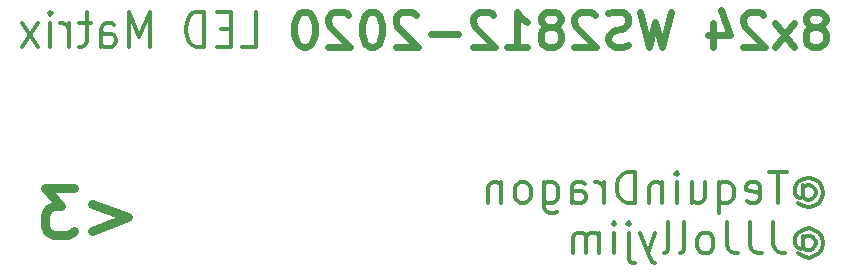
<source format=gbr>
G04 #@! TF.GenerationSoftware,KiCad,Pcbnew,5.1.4*
G04 #@! TF.CreationDate,2019-08-22T23:24:25+12:00*
G04 #@! TF.ProjectId,phloxleds,70686c6f-786c-4656-9473-2e6b69636164,rev?*
G04 #@! TF.SameCoordinates,Original*
G04 #@! TF.FileFunction,Legend,Bot*
G04 #@! TF.FilePolarity,Positive*
%FSLAX46Y46*%
G04 Gerber Fmt 4.6, Leading zero omitted, Abs format (unit mm)*
G04 Created by KiCad (PCBNEW 5.1.4) date 2019-08-22 23:24:25*
%MOMM*%
%LPD*%
G04 APERTURE LIST*
%ADD10C,0.600000*%
%ADD11C,0.800000*%
%ADD12C,0.360000*%
G04 APERTURE END LIST*
D10*
X164843571Y-27642857D02*
X165129285Y-27500000D01*
X165272142Y-27357142D01*
X165415000Y-27071428D01*
X165415000Y-26928571D01*
X165272142Y-26642857D01*
X165129285Y-26500000D01*
X164843571Y-26357142D01*
X164272142Y-26357142D01*
X163986428Y-26500000D01*
X163843571Y-26642857D01*
X163700714Y-26928571D01*
X163700714Y-27071428D01*
X163843571Y-27357142D01*
X163986428Y-27500000D01*
X164272142Y-27642857D01*
X164843571Y-27642857D01*
X165129285Y-27785714D01*
X165272142Y-27928571D01*
X165415000Y-28214285D01*
X165415000Y-28785714D01*
X165272142Y-29071428D01*
X165129285Y-29214285D01*
X164843571Y-29357142D01*
X164272142Y-29357142D01*
X163986428Y-29214285D01*
X163843571Y-29071428D01*
X163700714Y-28785714D01*
X163700714Y-28214285D01*
X163843571Y-27928571D01*
X163986428Y-27785714D01*
X164272142Y-27642857D01*
X162700714Y-29357142D02*
X161129285Y-27357142D01*
X162700714Y-27357142D02*
X161129285Y-29357142D01*
X160129285Y-26642857D02*
X159986428Y-26500000D01*
X159700714Y-26357142D01*
X158986428Y-26357142D01*
X158700714Y-26500000D01*
X158557857Y-26642857D01*
X158415000Y-26928571D01*
X158415000Y-27214285D01*
X158557857Y-27642857D01*
X160272142Y-29357142D01*
X158415000Y-29357142D01*
X155843571Y-27357142D02*
X155843571Y-29357142D01*
X156557857Y-26214285D02*
X157272142Y-28357142D01*
X155415000Y-28357142D01*
X152272142Y-26357142D02*
X151557857Y-29357142D01*
X150986428Y-27214285D01*
X150415000Y-29357142D01*
X149700714Y-26357142D01*
X148700714Y-29214285D02*
X148272142Y-29357142D01*
X147557857Y-29357142D01*
X147272142Y-29214285D01*
X147129285Y-29071428D01*
X146986428Y-28785714D01*
X146986428Y-28500000D01*
X147129285Y-28214285D01*
X147272142Y-28071428D01*
X147557857Y-27928571D01*
X148129285Y-27785714D01*
X148415000Y-27642857D01*
X148557857Y-27500000D01*
X148700714Y-27214285D01*
X148700714Y-26928571D01*
X148557857Y-26642857D01*
X148415000Y-26500000D01*
X148129285Y-26357142D01*
X147415000Y-26357142D01*
X146986428Y-26500000D01*
X145843571Y-26642857D02*
X145700714Y-26500000D01*
X145415000Y-26357142D01*
X144700714Y-26357142D01*
X144415000Y-26500000D01*
X144272142Y-26642857D01*
X144129285Y-26928571D01*
X144129285Y-27214285D01*
X144272142Y-27642857D01*
X145986428Y-29357142D01*
X144129285Y-29357142D01*
X142415000Y-27642857D02*
X142700714Y-27500000D01*
X142843571Y-27357142D01*
X142986428Y-27071428D01*
X142986428Y-26928571D01*
X142843571Y-26642857D01*
X142700714Y-26500000D01*
X142415000Y-26357142D01*
X141843571Y-26357142D01*
X141557857Y-26500000D01*
X141415000Y-26642857D01*
X141272142Y-26928571D01*
X141272142Y-27071428D01*
X141415000Y-27357142D01*
X141557857Y-27500000D01*
X141843571Y-27642857D01*
X142415000Y-27642857D01*
X142700714Y-27785714D01*
X142843571Y-27928571D01*
X142986428Y-28214285D01*
X142986428Y-28785714D01*
X142843571Y-29071428D01*
X142700714Y-29214285D01*
X142415000Y-29357142D01*
X141843571Y-29357142D01*
X141557857Y-29214285D01*
X141415000Y-29071428D01*
X141272142Y-28785714D01*
X141272142Y-28214285D01*
X141415000Y-27928571D01*
X141557857Y-27785714D01*
X141843571Y-27642857D01*
X138415000Y-29357142D02*
X140129285Y-29357142D01*
X139272142Y-29357142D02*
X139272142Y-26357142D01*
X139557857Y-26785714D01*
X139843571Y-27071428D01*
X140129285Y-27214285D01*
X137272142Y-26642857D02*
X137129285Y-26500000D01*
X136843571Y-26357142D01*
X136129285Y-26357142D01*
X135843571Y-26500000D01*
X135700714Y-26642857D01*
X135557857Y-26928571D01*
X135557857Y-27214285D01*
X135700714Y-27642857D01*
X137415000Y-29357142D01*
X135557857Y-29357142D01*
X134272142Y-28214285D02*
X131986428Y-28214285D01*
X130700714Y-26642857D02*
X130557857Y-26500000D01*
X130272142Y-26357142D01*
X129557857Y-26357142D01*
X129272142Y-26500000D01*
X129129285Y-26642857D01*
X128986428Y-26928571D01*
X128986428Y-27214285D01*
X129129285Y-27642857D01*
X130843571Y-29357142D01*
X128986428Y-29357142D01*
X127129285Y-26357142D02*
X126843571Y-26357142D01*
X126557857Y-26500000D01*
X126415000Y-26642857D01*
X126272142Y-26928571D01*
X126129285Y-27500000D01*
X126129285Y-28214285D01*
X126272142Y-28785714D01*
X126415000Y-29071428D01*
X126557857Y-29214285D01*
X126843571Y-29357142D01*
X127129285Y-29357142D01*
X127415000Y-29214285D01*
X127557857Y-29071428D01*
X127700714Y-28785714D01*
X127843571Y-28214285D01*
X127843571Y-27500000D01*
X127700714Y-26928571D01*
X127557857Y-26642857D01*
X127415000Y-26500000D01*
X127129285Y-26357142D01*
X124986428Y-26642857D02*
X124843571Y-26500000D01*
X124557857Y-26357142D01*
X123843571Y-26357142D01*
X123557857Y-26500000D01*
X123415000Y-26642857D01*
X123272142Y-26928571D01*
X123272142Y-27214285D01*
X123415000Y-27642857D01*
X125129285Y-29357142D01*
X123272142Y-29357142D01*
X121415000Y-26357142D02*
X121129285Y-26357142D01*
X120843571Y-26500000D01*
X120700714Y-26642857D01*
X120557857Y-26928571D01*
X120415000Y-27500000D01*
X120415000Y-28214285D01*
X120557857Y-28785714D01*
X120700714Y-29071428D01*
X120843571Y-29214285D01*
X121129285Y-29357142D01*
X121415000Y-29357142D01*
X121700714Y-29214285D01*
X121843571Y-29071428D01*
X121986428Y-28785714D01*
X122129285Y-28214285D01*
X122129285Y-27500000D01*
X121986428Y-26928571D01*
X121843571Y-26642857D01*
X121700714Y-26500000D01*
X121415000Y-26357142D01*
D11*
X103295952Y-42642857D02*
X106343571Y-43785714D01*
X103295952Y-44928571D01*
X101772142Y-41309523D02*
X99295952Y-41309523D01*
X100629285Y-42833333D01*
X100057857Y-42833333D01*
X99676904Y-43023809D01*
X99486428Y-43214285D01*
X99295952Y-43595238D01*
X99295952Y-44547619D01*
X99486428Y-44928571D01*
X99676904Y-45119047D01*
X100057857Y-45309523D01*
X101200714Y-45309523D01*
X101581666Y-45119047D01*
X101772142Y-44928571D01*
D12*
X115957857Y-29357142D02*
X117195952Y-29357142D01*
X117195952Y-26357142D01*
X115091190Y-27785714D02*
X114224523Y-27785714D01*
X113853095Y-29357142D02*
X115091190Y-29357142D01*
X115091190Y-26357142D01*
X113853095Y-26357142D01*
X112738809Y-29357142D02*
X112738809Y-26357142D01*
X112119761Y-26357142D01*
X111748333Y-26500000D01*
X111500714Y-26785714D01*
X111376904Y-27071428D01*
X111253095Y-27642857D01*
X111253095Y-28071428D01*
X111376904Y-28642857D01*
X111500714Y-28928571D01*
X111748333Y-29214285D01*
X112119761Y-29357142D01*
X112738809Y-29357142D01*
X108157857Y-29357142D02*
X108157857Y-26357142D01*
X107291190Y-28500000D01*
X106424523Y-26357142D01*
X106424523Y-29357142D01*
X104072142Y-29357142D02*
X104072142Y-27785714D01*
X104195952Y-27500000D01*
X104443571Y-27357142D01*
X104938809Y-27357142D01*
X105186428Y-27500000D01*
X104072142Y-29214285D02*
X104319761Y-29357142D01*
X104938809Y-29357142D01*
X105186428Y-29214285D01*
X105310238Y-28928571D01*
X105310238Y-28642857D01*
X105186428Y-28357142D01*
X104938809Y-28214285D01*
X104319761Y-28214285D01*
X104072142Y-28071428D01*
X103205476Y-27357142D02*
X102215000Y-27357142D01*
X102834047Y-26357142D02*
X102834047Y-28928571D01*
X102710238Y-29214285D01*
X102462619Y-29357142D01*
X102215000Y-29357142D01*
X101348333Y-29357142D02*
X101348333Y-27357142D01*
X101348333Y-27928571D02*
X101224523Y-27642857D01*
X101100714Y-27500000D01*
X100853095Y-27357142D01*
X100605476Y-27357142D01*
X99738809Y-29357142D02*
X99738809Y-27357142D01*
X99738809Y-26357142D02*
X99862619Y-26500000D01*
X99738809Y-26642857D01*
X99615000Y-26500000D01*
X99738809Y-26357142D01*
X99738809Y-26642857D01*
X98748333Y-29357142D02*
X97386428Y-27357142D01*
X98748333Y-27357142D02*
X97386428Y-29357142D01*
X163452428Y-41308095D02*
X163576238Y-41184285D01*
X163823857Y-41060476D01*
X164071476Y-41060476D01*
X164319095Y-41184285D01*
X164442904Y-41308095D01*
X164566714Y-41555714D01*
X164566714Y-41803333D01*
X164442904Y-42050952D01*
X164319095Y-42174761D01*
X164071476Y-42298571D01*
X163823857Y-42298571D01*
X163576238Y-42174761D01*
X163452428Y-42050952D01*
X163452428Y-41060476D02*
X163452428Y-42050952D01*
X163328619Y-42174761D01*
X163204809Y-42174761D01*
X162957190Y-42050952D01*
X162833380Y-41803333D01*
X162833380Y-41184285D01*
X163081000Y-40812857D01*
X163452428Y-40565238D01*
X163947666Y-40441428D01*
X164442904Y-40565238D01*
X164814333Y-40812857D01*
X165061952Y-41184285D01*
X165185761Y-41679523D01*
X165061952Y-42174761D01*
X164814333Y-42546190D01*
X164442904Y-42793809D01*
X163947666Y-42917619D01*
X163452428Y-42793809D01*
X163081000Y-42546190D01*
X162090523Y-39946190D02*
X160604809Y-39946190D01*
X161347666Y-42546190D02*
X161347666Y-39946190D01*
X158747666Y-42422380D02*
X158995285Y-42546190D01*
X159490523Y-42546190D01*
X159738142Y-42422380D01*
X159861952Y-42174761D01*
X159861952Y-41184285D01*
X159738142Y-40936666D01*
X159490523Y-40812857D01*
X158995285Y-40812857D01*
X158747666Y-40936666D01*
X158623857Y-41184285D01*
X158623857Y-41431904D01*
X159861952Y-41679523D01*
X156395285Y-40812857D02*
X156395285Y-43412857D01*
X156395285Y-42422380D02*
X156642904Y-42546190D01*
X157138142Y-42546190D01*
X157385761Y-42422380D01*
X157509571Y-42298571D01*
X157633380Y-42050952D01*
X157633380Y-41308095D01*
X157509571Y-41060476D01*
X157385761Y-40936666D01*
X157138142Y-40812857D01*
X156642904Y-40812857D01*
X156395285Y-40936666D01*
X154042904Y-40812857D02*
X154042904Y-42546190D01*
X155157190Y-40812857D02*
X155157190Y-42174761D01*
X155033380Y-42422380D01*
X154785761Y-42546190D01*
X154414333Y-42546190D01*
X154166714Y-42422380D01*
X154042904Y-42298571D01*
X152804809Y-42546190D02*
X152804809Y-40812857D01*
X152804809Y-39946190D02*
X152928619Y-40070000D01*
X152804809Y-40193809D01*
X152681000Y-40070000D01*
X152804809Y-39946190D01*
X152804809Y-40193809D01*
X151566714Y-40812857D02*
X151566714Y-42546190D01*
X151566714Y-41060476D02*
X151442904Y-40936666D01*
X151195285Y-40812857D01*
X150823857Y-40812857D01*
X150576238Y-40936666D01*
X150452428Y-41184285D01*
X150452428Y-42546190D01*
X149214333Y-42546190D02*
X149214333Y-39946190D01*
X148595285Y-39946190D01*
X148223857Y-40070000D01*
X147976238Y-40317619D01*
X147852428Y-40565238D01*
X147728619Y-41060476D01*
X147728619Y-41431904D01*
X147852428Y-41927142D01*
X147976238Y-42174761D01*
X148223857Y-42422380D01*
X148595285Y-42546190D01*
X149214333Y-42546190D01*
X146614333Y-42546190D02*
X146614333Y-40812857D01*
X146614333Y-41308095D02*
X146490523Y-41060476D01*
X146366714Y-40936666D01*
X146119095Y-40812857D01*
X145871476Y-40812857D01*
X143890523Y-42546190D02*
X143890523Y-41184285D01*
X144014333Y-40936666D01*
X144261952Y-40812857D01*
X144757190Y-40812857D01*
X145004809Y-40936666D01*
X143890523Y-42422380D02*
X144138142Y-42546190D01*
X144757190Y-42546190D01*
X145004809Y-42422380D01*
X145128619Y-42174761D01*
X145128619Y-41927142D01*
X145004809Y-41679523D01*
X144757190Y-41555714D01*
X144138142Y-41555714D01*
X143890523Y-41431904D01*
X141538142Y-40812857D02*
X141538142Y-42917619D01*
X141661952Y-43165238D01*
X141785761Y-43289047D01*
X142033380Y-43412857D01*
X142404809Y-43412857D01*
X142652428Y-43289047D01*
X141538142Y-42422380D02*
X141785761Y-42546190D01*
X142281000Y-42546190D01*
X142528619Y-42422380D01*
X142652428Y-42298571D01*
X142776238Y-42050952D01*
X142776238Y-41308095D01*
X142652428Y-41060476D01*
X142528619Y-40936666D01*
X142281000Y-40812857D01*
X141785761Y-40812857D01*
X141538142Y-40936666D01*
X139928619Y-42546190D02*
X140176238Y-42422380D01*
X140300047Y-42298571D01*
X140423857Y-42050952D01*
X140423857Y-41308095D01*
X140300047Y-41060476D01*
X140176238Y-40936666D01*
X139928619Y-40812857D01*
X139557190Y-40812857D01*
X139309571Y-40936666D01*
X139185761Y-41060476D01*
X139061952Y-41308095D01*
X139061952Y-42050952D01*
X139185761Y-42298571D01*
X139309571Y-42422380D01*
X139557190Y-42546190D01*
X139928619Y-42546190D01*
X137947666Y-40812857D02*
X137947666Y-42546190D01*
X137947666Y-41060476D02*
X137823857Y-40936666D01*
X137576238Y-40812857D01*
X137204809Y-40812857D01*
X136957190Y-40936666D01*
X136833380Y-41184285D01*
X136833380Y-42546190D01*
X163452428Y-45568095D02*
X163576238Y-45444285D01*
X163823857Y-45320476D01*
X164071476Y-45320476D01*
X164319095Y-45444285D01*
X164442904Y-45568095D01*
X164566714Y-45815714D01*
X164566714Y-46063333D01*
X164442904Y-46310952D01*
X164319095Y-46434761D01*
X164071476Y-46558571D01*
X163823857Y-46558571D01*
X163576238Y-46434761D01*
X163452428Y-46310952D01*
X163452428Y-45320476D02*
X163452428Y-46310952D01*
X163328619Y-46434761D01*
X163204809Y-46434761D01*
X162957190Y-46310952D01*
X162833380Y-46063333D01*
X162833380Y-45444285D01*
X163081000Y-45072857D01*
X163452428Y-44825238D01*
X163947666Y-44701428D01*
X164442904Y-44825238D01*
X164814333Y-45072857D01*
X165061952Y-45444285D01*
X165185761Y-45939523D01*
X165061952Y-46434761D01*
X164814333Y-46806190D01*
X164442904Y-47053809D01*
X163947666Y-47177619D01*
X163452428Y-47053809D01*
X163081000Y-46806190D01*
X160976238Y-44206190D02*
X160976238Y-46063333D01*
X161100047Y-46434761D01*
X161347666Y-46682380D01*
X161719095Y-46806190D01*
X161966714Y-46806190D01*
X158995285Y-44206190D02*
X158995285Y-46063333D01*
X159119095Y-46434761D01*
X159366714Y-46682380D01*
X159738142Y-46806190D01*
X159985761Y-46806190D01*
X157014333Y-44206190D02*
X157014333Y-46063333D01*
X157138142Y-46434761D01*
X157385761Y-46682380D01*
X157757190Y-46806190D01*
X158004809Y-46806190D01*
X155404809Y-46806190D02*
X155652428Y-46682380D01*
X155776238Y-46558571D01*
X155900047Y-46310952D01*
X155900047Y-45568095D01*
X155776238Y-45320476D01*
X155652428Y-45196666D01*
X155404809Y-45072857D01*
X155033380Y-45072857D01*
X154785761Y-45196666D01*
X154661952Y-45320476D01*
X154538142Y-45568095D01*
X154538142Y-46310952D01*
X154661952Y-46558571D01*
X154785761Y-46682380D01*
X155033380Y-46806190D01*
X155404809Y-46806190D01*
X153052428Y-46806190D02*
X153300047Y-46682380D01*
X153423857Y-46434761D01*
X153423857Y-44206190D01*
X151690523Y-46806190D02*
X151938142Y-46682380D01*
X152061952Y-46434761D01*
X152061952Y-44206190D01*
X150947666Y-45072857D02*
X150328619Y-46806190D01*
X149709571Y-45072857D02*
X150328619Y-46806190D01*
X150576238Y-47425238D01*
X150700047Y-47549047D01*
X150947666Y-47672857D01*
X148719095Y-45072857D02*
X148719095Y-47301428D01*
X148842904Y-47549047D01*
X149090523Y-47672857D01*
X149214333Y-47672857D01*
X148719095Y-44206190D02*
X148842904Y-44330000D01*
X148719095Y-44453809D01*
X148595285Y-44330000D01*
X148719095Y-44206190D01*
X148719095Y-44453809D01*
X147481000Y-46806190D02*
X147481000Y-45072857D01*
X147481000Y-44206190D02*
X147604809Y-44330000D01*
X147481000Y-44453809D01*
X147357190Y-44330000D01*
X147481000Y-44206190D01*
X147481000Y-44453809D01*
X146242904Y-46806190D02*
X146242904Y-45072857D01*
X146242904Y-45320476D02*
X146119095Y-45196666D01*
X145871476Y-45072857D01*
X145500047Y-45072857D01*
X145252428Y-45196666D01*
X145128619Y-45444285D01*
X145128619Y-46806190D01*
X145128619Y-45444285D02*
X145004809Y-45196666D01*
X144757190Y-45072857D01*
X144385761Y-45072857D01*
X144138142Y-45196666D01*
X144014333Y-45444285D01*
X144014333Y-46806190D01*
M02*

</source>
